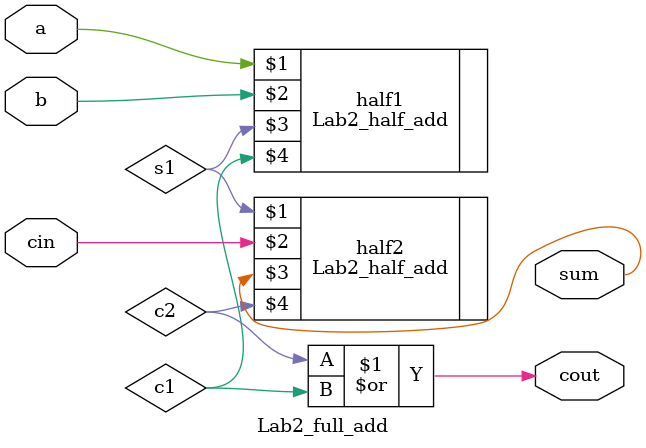
<source format=v>
module	Lab2_full_add (input a, b, cin,output sum, cout);

	wire s1, c1, c2;
    Lab2_half_add half1(a, b, s1, c1);
    Lab2_half_add half2(s1, cin, sum, c2);
    or #(2) or1(cout, c2, c1);
endmodule
</source>
